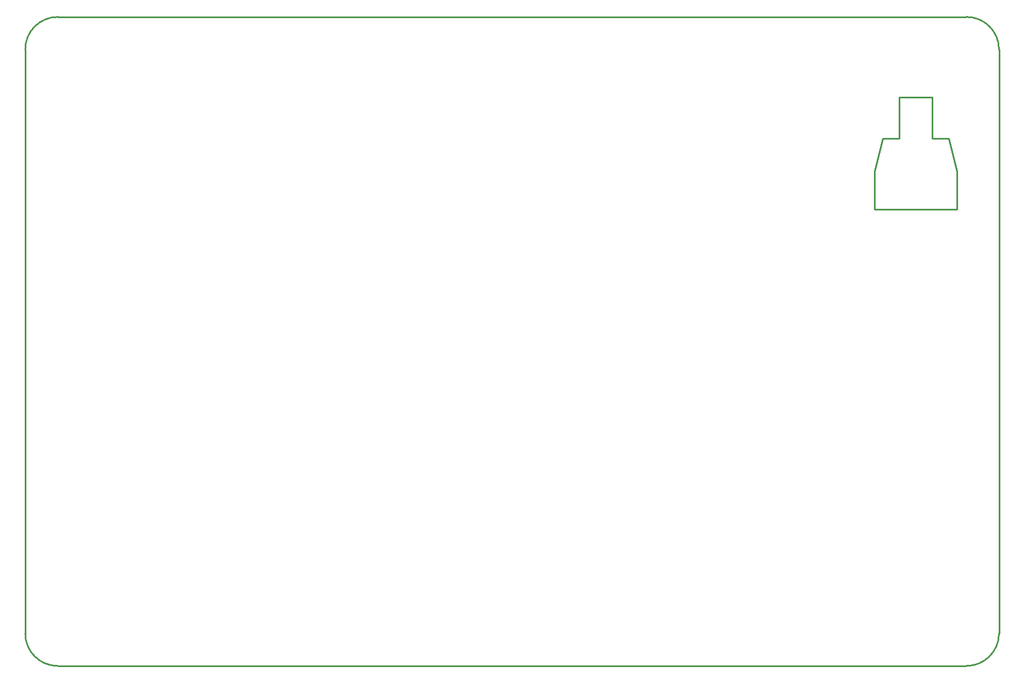
<source format=gko>
G04 Layer: BoardOutlineLayer*
G04 EasyEDA v6.5.20, 2022-11-28 03:27:33*
G04 a67cddfb3fce44daa9051d46cbbcc19f,10*
G04 Gerber Generator version 0.2*
G04 Scale: 100 percent, Rotated: No, Reflected: No *
G04 Dimensions in inches *
G04 leading zeros omitted , absolute positions ,3 integer and 6 decimal *
%FSLAX36Y36*%
%MOIN*%

%ADD10C,0.0100*%
D10*
X5905500Y3740149D02*
G01*
X5905500Y196849D01*
X0Y196849D02*
G01*
X0Y3740149D01*
X5708649Y0D02*
G01*
X196849Y0D01*
X196849Y3936999D02*
G01*
X5708649Y3936999D01*
G75*
G01*
X5708650Y3937000D02*
G02*
X5905500Y3740150I0J-196850D01*
G75*
G01*
X5905500Y196850D02*
G02*
X5708650Y0I-196850J0D01*
G75*
G01*
X196850Y0D02*
G02*
X0Y196850I0J196850D01*
G75*
G01*
X0Y3740150D02*
G02*
X196850Y3937000I196850J0D01*
X5150000Y2770000D02*
G01*
X5150000Y3000000D01*
X5150000Y3000000D02*
G01*
X5200000Y3200000D01*
X5200000Y3200000D02*
G01*
X5300000Y3200000D01*
X5300000Y3200000D02*
G01*
X5300000Y3450000D01*
X5300000Y3450000D02*
G01*
X5500000Y3450000D01*
X5500000Y3450000D02*
G01*
X5500000Y3200000D01*
X5500000Y3200000D02*
G01*
X5600000Y3200000D01*
X5600000Y3200000D02*
G01*
X5650000Y3000000D01*
X5650000Y3000000D02*
G01*
X5650000Y2770000D01*
X5650000Y2770000D02*
G01*
X5150000Y2770000D01*

%LPD*%
M02*

</source>
